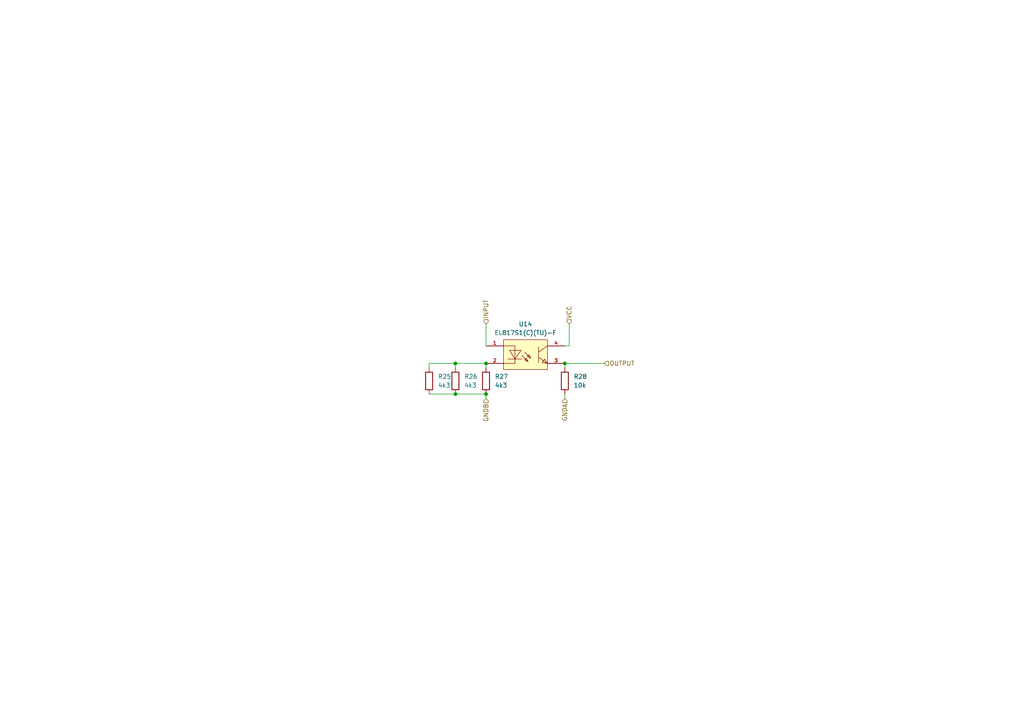
<source format=kicad_sch>
(kicad_sch (version 20211123) (generator eeschema)
  (paper "A4")
  (lib_symbols
    (symbol "0_JLCPCB_Symbols:EL817S1(C)(TU)-F" (pin_names hide)
      (property "Reference" "U" (at 0 1.27 0))
      (property "Value" "EL817S1(C)(TU)-F" (at 0 -2.54 0))
      (symbol "EL817S1(C)(TU)-F_0_0"
        (rectangle (start -7.62 -13.462) (end 5.08 -22.098) (fill (type background)))
        (polyline (pts (xy -2.286 -19.05) (xy -6.35 -19.05)))
        (polyline (pts (xy -2.286 -18.034) (xy -0.508 -19.812)))
        (polyline (pts (xy -1.524 -17.018) (xy 0.254 -18.796)))
        (polyline (pts (xy 2.54 -18.542) (xy 5.08 -20.32)))
        (polyline (pts (xy 2.54 -15.494) (xy 2.54 -20.066)))
        (polyline (pts (xy 5.08 -15.24) (xy 2.54 -17.018)))
        (polyline (pts (xy -7.62 -15.24) (xy -4.318 -15.24) (xy -4.318 -20.32) (xy -7.62 -20.32)))
        (polyline (pts (xy -5.842 -16.51) (xy -4.318 -19.05) (xy -2.54 -16.51) (xy -5.842 -16.51)) (fill (type background)))
        (polyline (pts (xy -0.508 -19.812) (xy -1.016 -18.796) (xy -1.524 -19.304) (xy -0.508 -19.812)) (fill (type background)))
        (polyline (pts (xy 0.254 -18.796) (xy -0.254 -17.78) (xy -0.762 -18.288) (xy 0.254 -18.796)) (fill (type background)))
        (polyline (pts (xy 5.08 -20.32) (xy 4.318 -19.05) (xy 3.556 -20.066) (xy 5.08 -20.32)) (fill (type background)))
        (pin unspecified line (at -12.7 -15.24 0) (length 5.08) (name "AN") (number "1"))
        (pin unspecified line (at -12.7 -20.32 0) (length 5.08) (name "CAT") (number "2"))
        (pin unspecified line (at 10.16 -20.32 180) (length 5.08) (name "EM") (number "3"))
        (pin unspecified line (at 10.16 -15.24 180) (length 5.08) (name "COL") (number "4"))
      )
    )
    (symbol "Device:R" (pin_numbers hide) (pin_names (offset 0))
      (property "Reference" "R" (at 2.032 0 90))
      (property "Value" "R" (at 0 0 90))
      (symbol "R_0_1"
        (rectangle (start -1.016 -2.54) (end 1.016 2.54) (stroke (width 0.254)))
      )
      (symbol "R_1_1"
        (pin passive line (at 0 3.81 270) (length 1.27) (name "~") (number "1"))
        (pin passive line (at 0 -3.81 90) (length 1.27) (name "~") (number "2"))
      )
    )
  )
  (junction (at 140.97 105.41))
  (junction (at 132.08 114.3))
  (junction (at 163.83 105.41))
  (junction (at 140.97 114.3))
  (junction (at 132.08 105.41))
  (wire (pts (xy 132.08 105.41) (xy 140.97 105.41)))
  (wire (pts (xy 124.46 105.41) (xy 132.08 105.41)))
  (wire (pts (xy 132.08 106.68) (xy 132.08 105.41)))
  (wire (pts (xy 165.1 100.33) (xy 165.1 93.98)))
  (wire (pts (xy 163.83 105.41) (xy 175.26 105.41)))
  (wire (pts (xy 140.97 114.3) (xy 140.97 115.57)))
  (wire (pts (xy 124.46 114.3) (xy 132.08 114.3)))
  (wire (pts (xy 163.83 106.68) (xy 163.83 105.41)))
  (wire (pts (xy 124.46 106.68) (xy 124.46 105.41)))
  (wire (pts (xy 132.08 114.3) (xy 140.97 114.3)))
  (wire (pts (xy 140.97 93.98) (xy 140.97 100.33)))
  (wire (pts (xy 165.1 100.33) (xy 163.83 100.33)))
  (wire (pts (xy 140.97 105.41) (xy 140.97 106.68)))
  (wire (pts (xy 163.83 114.3) (xy 163.83 115.57)))
  (hierarchical_label "GNDB" (shape input) (at 140.97 115.57 270))
  (hierarchical_label "GNDA" (shape input) (at 163.83 115.57 270))
  (hierarchical_label "VCC" (shape input) (at 165.1 93.98 90))
  (hierarchical_label "OUTPUT" (shape input) (at 175.26 105.41 0))
  (hierarchical_label "INPUT" (shape input) (at 140.97 93.98 90))
  (symbol (lib_id "Device:R") (at 132.08 110.49 0) (unit 1)
    (property "Reference" "R26" (at 134.62 109.2199 0) (effects (justify left)))
    (property "Value" "4k3" (at 134.62 111.7599 0) (effects (justify left)))
    (property "Footprint" "Resistor_SMD:R_0603_1608Metric" (effects hide))
    (property "LCSC" "C23159" (effects hide))
  )
  (symbol (lib_id "Device:R") (at 124.46 110.49 0) (unit 1)
    (property "Reference" "R25" (at 127 109.2199 0) (effects (justify left)))
    (property "Value" "4k3" (at 127 111.7599 0) (effects (justify left)))
    (property "Footprint" "Resistor_SMD:R_0603_1608Metric" (effects hide))
    (property "LCSC" "C23159" (effects hide))
  )
  (symbol (lib_id "0_JLCPCB_Symbols:EL817S1(C)(TU)-F") (at 153.67 85.09 0) (unit 1)
    (property "Reference" "U14" (at 152.4 93.98 0))
    (property "Value" "EL817S1(C)(TU)-F" (at 152.4 96.52 0))
    (property "Footprint" "0_JLCPCB_Footprints:OPTO-SMD-4_L4.6-W6.5-P2.54-LS10.3-TL" (effects hide))
    (property "Datasheet" "https://item.szlcsc.com/407496.html" (effects hide))
    (property "LCSC" "C106900" (effects hide))
  )
  (symbol (lib_id "Device:R") (at 163.83 110.49 0) (unit 1)
    (property "Reference" "R28" (at 166.37 109.2199 0) (effects (justify left)))
    (property "Value" "10k" (at 166.37 111.7599 0) (effects (justify left)))
    (property "Footprint" "Resistor_SMD:R_0805_2012Metric" (effects hide))
    (property "LCSC" "C17414" (effects hide))
  )
  (symbol (lib_id "Device:R") (at 140.97 110.49 0) (unit 1)
    (property "Reference" "R27" (at 143.51 109.2199 0) (effects (justify left)))
    (property "Value" "4k3" (at 143.51 111.7599 0) (effects (justify left)))
    (property "Footprint" "Resistor_SMD:R_0603_1608Metric" (effects hide))
    (property "LCSC" "C23159" (effects hide))
  )
)
</source>
